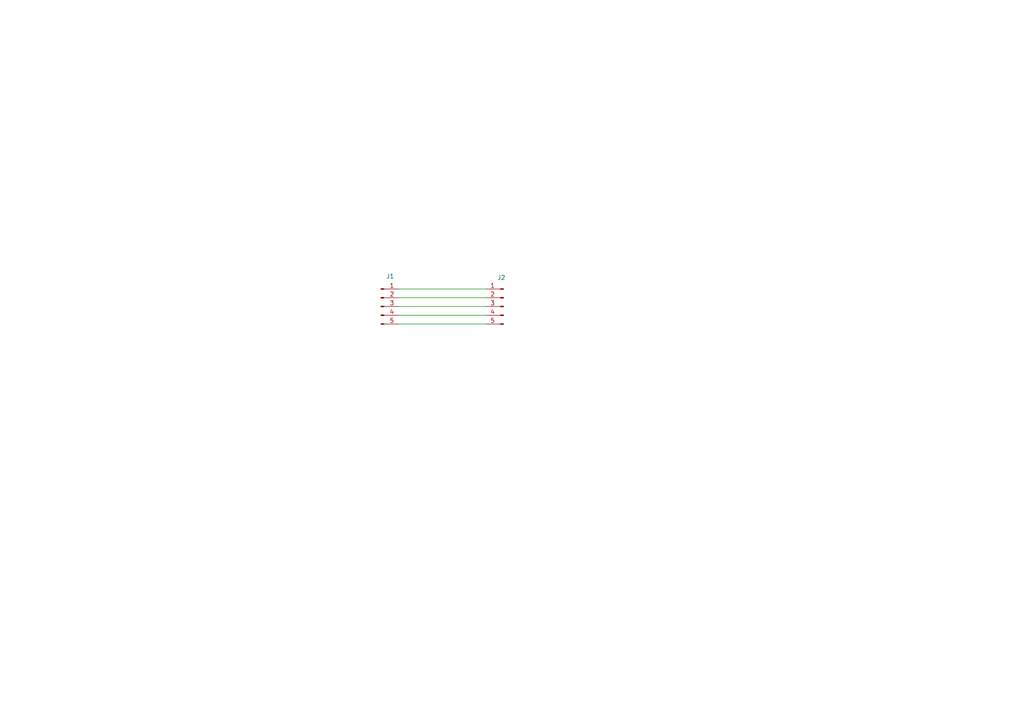
<source format=kicad_sch>
(kicad_sch (version 20210406) (generator eeschema)
  (paper "A4")
  (lib_symbols
    (symbol "Connector:Conn_01x05_Male" (pin_names (offset 1.016) hide)
      (property "Reference" "J" (at 0 7.62 0))
      (property "Value" "Conn_01x05_Male" (at 0 -7.62 0))
      (symbol "Conn_01x05_Male_1_1"
        (rectangle (start 0.8636 -4.953) (end 0 -5.207) (stroke (width 0.1524)) (fill (type outline)))
        (rectangle (start 0.8636 -2.413) (end 0 -2.667) (stroke (width 0.1524)) (fill (type outline)))
        (rectangle (start 0.8636 0.127) (end 0 -0.127) (stroke (width 0.1524)) (fill (type outline)))
        (rectangle (start 0.8636 2.667) (end 0 2.413) (stroke (width 0.1524)) (fill (type outline)))
        (rectangle (start 0.8636 5.207) (end 0 4.953) (stroke (width 0.1524)) (fill (type outline)))
        (polyline (pts (xy 1.27 -5.08) (xy 0.8636 -5.08)) (stroke (width 0.1524)))
        (polyline (pts (xy 1.27 -2.54) (xy 0.8636 -2.54)) (stroke (width 0.1524)))
        (polyline (pts (xy 1.27 0) (xy 0.8636 0)) (stroke (width 0.1524)))
        (polyline (pts (xy 1.27 2.54) (xy 0.8636 2.54)) (stroke (width 0.1524)))
        (polyline (pts (xy 1.27 5.08) (xy 0.8636 5.08)) (stroke (width 0.1524)))
        (pin passive line (at 5.08 5.08 180) (length 3.81) (name "Pin_1") (number "1"))
        (pin passive line (at 5.08 2.54 180) (length 3.81) (name "Pin_2") (number "2"))
        (pin passive line (at 5.08 0 180) (length 3.81) (name "Pin_3") (number "3"))
        (pin passive line (at 5.08 -2.54 180) (length 3.81) (name "Pin_4") (number "4"))
        (pin passive line (at 5.08 -5.08 180) (length 3.81) (name "Pin_5") (number "5"))
      )
    )
  )
  (wire (pts (xy 115.57 83.82) (xy 140.97 83.82)))
  (wire (pts (xy 115.57 86.36) (xy 140.97 86.36)))
  (wire (pts (xy 115.57 88.9) (xy 140.97 88.9)))
  (wire (pts (xy 115.57 91.44) (xy 140.97 91.44)))
  (wire (pts (xy 115.57 93.98) (xy 140.97 93.98)))
  (symbol (lib_id "Connector:Conn_01x05_Male") (at 110.49 88.9 0) (unit 1)
    (property "Reference" "J1" (at 113.1824 80.1328 0))
    (property "Value" "Conn_01x05_Male" (effects hide))
    (property "Footprint" "CustomComponents:Flex MicroUsb mate" (effects hide))
  )
  (symbol (lib_id "Connector:Conn_01x05_Male") (at 146.05 88.9 0) (mirror y) (unit 1)
    (property "Reference" "J2" (at 144.2213 80.5191 0) (effects (justify right)))
    (property "Value" "Conn_01x05_Male" (effects hide))
    (property "Footprint" "CustomComponents:Flex termination 1x5 SFW" (effects hide))
  )
)
</source>
